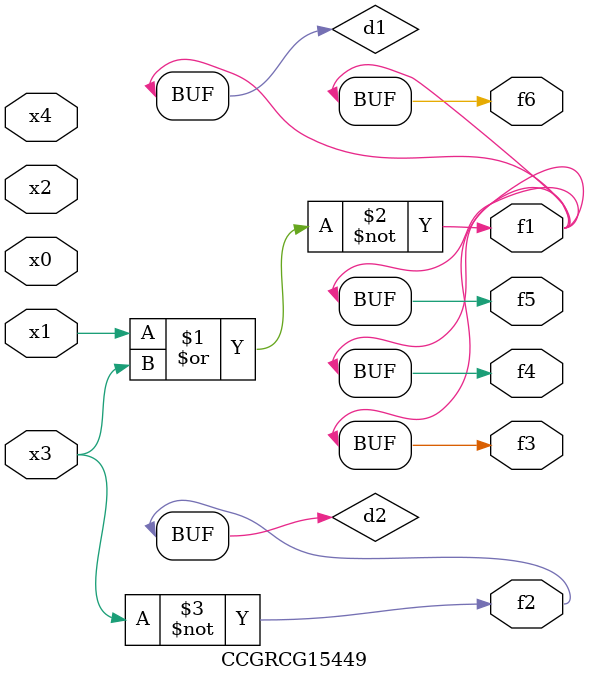
<source format=v>
module CCGRCG15449(
	input x0, x1, x2, x3, x4,
	output f1, f2, f3, f4, f5, f6
);

	wire d1, d2;

	nor (d1, x1, x3);
	not (d2, x3);
	assign f1 = d1;
	assign f2 = d2;
	assign f3 = d1;
	assign f4 = d1;
	assign f5 = d1;
	assign f6 = d1;
endmodule

</source>
